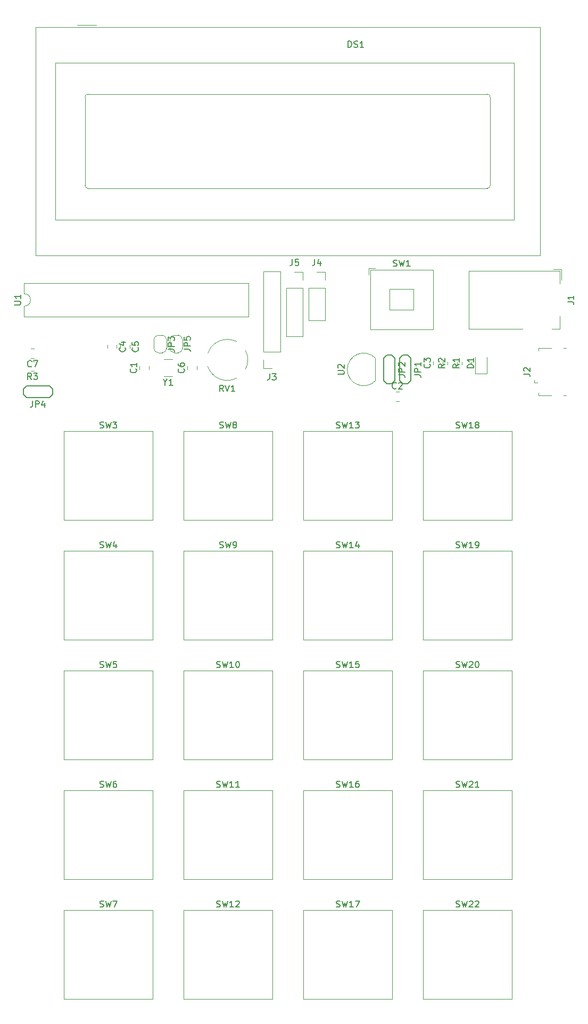
<source format=gbr>
%TF.GenerationSoftware,KiCad,Pcbnew,(6.0.7)*%
%TF.CreationDate,2022-08-27T21:19:22-07:00*%
%TF.ProjectId,EB3,4542332e-6b69-4636-9164-5f7063625858,rev?*%
%TF.SameCoordinates,Original*%
%TF.FileFunction,Legend,Top*%
%TF.FilePolarity,Positive*%
%FSLAX46Y46*%
G04 Gerber Fmt 4.6, Leading zero omitted, Abs format (unit mm)*
G04 Created by KiCad (PCBNEW (6.0.7)) date 2022-08-27 21:19:22*
%MOMM*%
%LPD*%
G01*
G04 APERTURE LIST*
%ADD10C,0.150000*%
%ADD11C,0.120000*%
G04 APERTURE END LIST*
D10*
%TO.C,J2*%
X158166380Y-82248333D02*
X158880666Y-82248333D01*
X159023523Y-82295952D01*
X159118761Y-82391190D01*
X159166380Y-82534047D01*
X159166380Y-82629285D01*
X158261619Y-81819761D02*
X158214000Y-81772142D01*
X158166380Y-81676904D01*
X158166380Y-81438809D01*
X158214000Y-81343571D01*
X158261619Y-81295952D01*
X158356857Y-81248333D01*
X158452095Y-81248333D01*
X158594952Y-81295952D01*
X159166380Y-81867380D01*
X159166380Y-81248333D01*
%TO.C,SW1*%
X137428166Y-65090261D02*
X137571023Y-65137880D01*
X137809119Y-65137880D01*
X137904357Y-65090261D01*
X137951976Y-65042642D01*
X137999595Y-64947404D01*
X137999595Y-64852166D01*
X137951976Y-64756928D01*
X137904357Y-64709309D01*
X137809119Y-64661690D01*
X137618642Y-64614071D01*
X137523404Y-64566452D01*
X137475785Y-64518833D01*
X137428166Y-64423595D01*
X137428166Y-64328357D01*
X137475785Y-64233119D01*
X137523404Y-64185500D01*
X137618642Y-64137880D01*
X137856738Y-64137880D01*
X137999595Y-64185500D01*
X138332928Y-64137880D02*
X138571023Y-65137880D01*
X138761500Y-64423595D01*
X138951976Y-65137880D01*
X139190071Y-64137880D01*
X140094833Y-65137880D02*
X139523404Y-65137880D01*
X139809119Y-65137880D02*
X139809119Y-64137880D01*
X139713880Y-64280738D01*
X139618642Y-64375976D01*
X139523404Y-64423595D01*
%TO.C,Y1*%
X101123809Y-83556190D02*
X101123809Y-84032380D01*
X100790476Y-83032380D02*
X101123809Y-83556190D01*
X101457142Y-83032380D01*
X102314285Y-84032380D02*
X101742857Y-84032380D01*
X102028571Y-84032380D02*
X102028571Y-83032380D01*
X101933333Y-83175238D01*
X101838095Y-83270476D01*
X101742857Y-83318095D01*
%TO.C,U2*%
X128586380Y-82295904D02*
X129395904Y-82295904D01*
X129491142Y-82248285D01*
X129538761Y-82200666D01*
X129586380Y-82105428D01*
X129586380Y-81914952D01*
X129538761Y-81819714D01*
X129491142Y-81772095D01*
X129395904Y-81724476D01*
X128586380Y-81724476D01*
X128681619Y-81295904D02*
X128634000Y-81248285D01*
X128586380Y-81153047D01*
X128586380Y-80914952D01*
X128634000Y-80819714D01*
X128681619Y-80772095D01*
X128776857Y-80724476D01*
X128872095Y-80724476D01*
X129014952Y-80772095D01*
X129586380Y-81343523D01*
X129586380Y-80724476D01*
%TO.C,U1*%
X77142380Y-71236904D02*
X77951904Y-71236904D01*
X78047142Y-71189285D01*
X78094761Y-71141666D01*
X78142380Y-71046428D01*
X78142380Y-70855952D01*
X78094761Y-70760714D01*
X78047142Y-70713095D01*
X77951904Y-70665476D01*
X77142380Y-70665476D01*
X78142380Y-69665476D02*
X78142380Y-70236904D01*
X78142380Y-69951190D02*
X77142380Y-69951190D01*
X77285238Y-70046428D01*
X77380476Y-70141666D01*
X77428095Y-70236904D01*
%TO.C,RV1*%
X110402761Y-85022380D02*
X110069428Y-84546190D01*
X109831333Y-85022380D02*
X109831333Y-84022380D01*
X110212285Y-84022380D01*
X110307523Y-84070000D01*
X110355142Y-84117619D01*
X110402761Y-84212857D01*
X110402761Y-84355714D01*
X110355142Y-84450952D01*
X110307523Y-84498571D01*
X110212285Y-84546190D01*
X109831333Y-84546190D01*
X110688476Y-84022380D02*
X111021809Y-85022380D01*
X111355142Y-84022380D01*
X112212285Y-85022380D02*
X111640857Y-85022380D01*
X111926571Y-85022380D02*
X111926571Y-84022380D01*
X111831333Y-84165238D01*
X111736095Y-84260476D01*
X111640857Y-84308095D01*
%TO.C,R3*%
X79843333Y-83128380D02*
X79510000Y-82652190D01*
X79271904Y-83128380D02*
X79271904Y-82128380D01*
X79652857Y-82128380D01*
X79748095Y-82176000D01*
X79795714Y-82223619D01*
X79843333Y-82318857D01*
X79843333Y-82461714D01*
X79795714Y-82556952D01*
X79748095Y-82604571D01*
X79652857Y-82652190D01*
X79271904Y-82652190D01*
X80176666Y-82128380D02*
X80795714Y-82128380D01*
X80462380Y-82509333D01*
X80605238Y-82509333D01*
X80700476Y-82556952D01*
X80748095Y-82604571D01*
X80795714Y-82699809D01*
X80795714Y-82937904D01*
X80748095Y-83033142D01*
X80700476Y-83080761D01*
X80605238Y-83128380D01*
X80319523Y-83128380D01*
X80224285Y-83080761D01*
X80176666Y-83033142D01*
%TO.C,R2*%
X145614380Y-80708166D02*
X145138190Y-81041500D01*
X145614380Y-81279595D02*
X144614380Y-81279595D01*
X144614380Y-80898642D01*
X144662000Y-80803404D01*
X144709619Y-80755785D01*
X144804857Y-80708166D01*
X144947714Y-80708166D01*
X145042952Y-80755785D01*
X145090571Y-80803404D01*
X145138190Y-80898642D01*
X145138190Y-81279595D01*
X144709619Y-80327214D02*
X144662000Y-80279595D01*
X144614380Y-80184357D01*
X144614380Y-79946261D01*
X144662000Y-79851023D01*
X144709619Y-79803404D01*
X144804857Y-79755785D01*
X144900095Y-79755785D01*
X145042952Y-79803404D01*
X145614380Y-80374833D01*
X145614380Y-79755785D01*
%TO.C,R1*%
X147900380Y-80708166D02*
X147424190Y-81041500D01*
X147900380Y-81279595D02*
X146900380Y-81279595D01*
X146900380Y-80898642D01*
X146948000Y-80803404D01*
X146995619Y-80755785D01*
X147090857Y-80708166D01*
X147233714Y-80708166D01*
X147328952Y-80755785D01*
X147376571Y-80803404D01*
X147424190Y-80898642D01*
X147424190Y-81279595D01*
X147900380Y-79755785D02*
X147900380Y-80327214D01*
X147900380Y-80041500D02*
X146900380Y-80041500D01*
X147043238Y-80136738D01*
X147138476Y-80231976D01*
X147186095Y-80327214D01*
%TO.C,JP5*%
X104122380Y-78303333D02*
X104836666Y-78303333D01*
X104979523Y-78350952D01*
X105074761Y-78446190D01*
X105122380Y-78589047D01*
X105122380Y-78684285D01*
X105122380Y-77827142D02*
X104122380Y-77827142D01*
X104122380Y-77446190D01*
X104170000Y-77350952D01*
X104217619Y-77303333D01*
X104312857Y-77255714D01*
X104455714Y-77255714D01*
X104550952Y-77303333D01*
X104598571Y-77350952D01*
X104646190Y-77446190D01*
X104646190Y-77827142D01*
X104122380Y-76350952D02*
X104122380Y-76827142D01*
X104598571Y-76874761D01*
X104550952Y-76827142D01*
X104503333Y-76731904D01*
X104503333Y-76493809D01*
X104550952Y-76398571D01*
X104598571Y-76350952D01*
X104693809Y-76303333D01*
X104931904Y-76303333D01*
X105027142Y-76350952D01*
X105074761Y-76398571D01*
X105122380Y-76493809D01*
X105122380Y-76731904D01*
X105074761Y-76827142D01*
X105027142Y-76874761D01*
%TO.C,JP4*%
X80015666Y-86542380D02*
X80015666Y-87256666D01*
X79968047Y-87399523D01*
X79872809Y-87494761D01*
X79729952Y-87542380D01*
X79634714Y-87542380D01*
X80491857Y-87542380D02*
X80491857Y-86542380D01*
X80872809Y-86542380D01*
X80968047Y-86590000D01*
X81015666Y-86637619D01*
X81063285Y-86732857D01*
X81063285Y-86875714D01*
X81015666Y-86970952D01*
X80968047Y-87018571D01*
X80872809Y-87066190D01*
X80491857Y-87066190D01*
X81920428Y-86875714D02*
X81920428Y-87542380D01*
X81682333Y-86494761D02*
X81444238Y-87209047D01*
X82063285Y-87209047D01*
%TO.C,JP3*%
X101582380Y-78318333D02*
X102296666Y-78318333D01*
X102439523Y-78365952D01*
X102534761Y-78461190D01*
X102582380Y-78604047D01*
X102582380Y-78699285D01*
X102582380Y-77842142D02*
X101582380Y-77842142D01*
X101582380Y-77461190D01*
X101630000Y-77365952D01*
X101677619Y-77318333D01*
X101772857Y-77270714D01*
X101915714Y-77270714D01*
X102010952Y-77318333D01*
X102058571Y-77365952D01*
X102106190Y-77461190D01*
X102106190Y-77842142D01*
X101582380Y-76937380D02*
X101582380Y-76318333D01*
X101963333Y-76651666D01*
X101963333Y-76508809D01*
X102010952Y-76413571D01*
X102058571Y-76365952D01*
X102153809Y-76318333D01*
X102391904Y-76318333D01*
X102487142Y-76365952D01*
X102534761Y-76413571D01*
X102582380Y-76508809D01*
X102582380Y-76794523D01*
X102534761Y-76889761D01*
X102487142Y-76937380D01*
%TO.C,JP2*%
X138231380Y-82397333D02*
X138945666Y-82397333D01*
X139088523Y-82444952D01*
X139183761Y-82540190D01*
X139231380Y-82683047D01*
X139231380Y-82778285D01*
X139231380Y-81921142D02*
X138231380Y-81921142D01*
X138231380Y-81540190D01*
X138279000Y-81444952D01*
X138326619Y-81397333D01*
X138421857Y-81349714D01*
X138564714Y-81349714D01*
X138659952Y-81397333D01*
X138707571Y-81444952D01*
X138755190Y-81540190D01*
X138755190Y-81921142D01*
X138326619Y-80968761D02*
X138279000Y-80921142D01*
X138231380Y-80825904D01*
X138231380Y-80587809D01*
X138279000Y-80492571D01*
X138326619Y-80444952D01*
X138421857Y-80397333D01*
X138517095Y-80397333D01*
X138659952Y-80444952D01*
X139231380Y-81016380D01*
X139231380Y-80397333D01*
%TO.C,JP1*%
X140771380Y-82397333D02*
X141485666Y-82397333D01*
X141628523Y-82444952D01*
X141723761Y-82540190D01*
X141771380Y-82683047D01*
X141771380Y-82778285D01*
X141771380Y-81921142D02*
X140771380Y-81921142D01*
X140771380Y-81540190D01*
X140819000Y-81444952D01*
X140866619Y-81397333D01*
X140961857Y-81349714D01*
X141104714Y-81349714D01*
X141199952Y-81397333D01*
X141247571Y-81444952D01*
X141295190Y-81540190D01*
X141295190Y-81921142D01*
X141771380Y-80397333D02*
X141771380Y-80968761D01*
X141771380Y-80683047D02*
X140771380Y-80683047D01*
X140914238Y-80778285D01*
X141009476Y-80873523D01*
X141057095Y-80968761D01*
%TO.C,J5*%
X121357666Y-64002380D02*
X121357666Y-64716666D01*
X121310047Y-64859523D01*
X121214809Y-64954761D01*
X121071952Y-65002380D01*
X120976714Y-65002380D01*
X122310047Y-64002380D02*
X121833857Y-64002380D01*
X121786238Y-64478571D01*
X121833857Y-64430952D01*
X121929095Y-64383333D01*
X122167190Y-64383333D01*
X122262428Y-64430952D01*
X122310047Y-64478571D01*
X122357666Y-64573809D01*
X122357666Y-64811904D01*
X122310047Y-64907142D01*
X122262428Y-64954761D01*
X122167190Y-65002380D01*
X121929095Y-65002380D01*
X121833857Y-64954761D01*
X121786238Y-64907142D01*
%TO.C,J4*%
X124913666Y-64007380D02*
X124913666Y-64721666D01*
X124866047Y-64864523D01*
X124770809Y-64959761D01*
X124627952Y-65007380D01*
X124532714Y-65007380D01*
X125818428Y-64340714D02*
X125818428Y-65007380D01*
X125580333Y-63959761D02*
X125342238Y-64674047D01*
X125961285Y-64674047D01*
%TO.C,J3*%
X117751666Y-82207380D02*
X117751666Y-82921666D01*
X117704047Y-83064523D01*
X117608809Y-83159761D01*
X117465952Y-83207380D01*
X117370714Y-83207380D01*
X118132619Y-82207380D02*
X118751666Y-82207380D01*
X118418333Y-82588333D01*
X118561190Y-82588333D01*
X118656428Y-82635952D01*
X118704047Y-82683571D01*
X118751666Y-82778809D01*
X118751666Y-83016904D01*
X118704047Y-83112142D01*
X118656428Y-83159761D01*
X118561190Y-83207380D01*
X118275476Y-83207380D01*
X118180238Y-83159761D01*
X118132619Y-83112142D01*
%TO.C,J1*%
X165147380Y-70803333D02*
X165861666Y-70803333D01*
X166004523Y-70850952D01*
X166099761Y-70946190D01*
X166147380Y-71089047D01*
X166147380Y-71184285D01*
X166147380Y-69803333D02*
X166147380Y-70374761D01*
X166147380Y-70089047D02*
X165147380Y-70089047D01*
X165290238Y-70184285D01*
X165385476Y-70279523D01*
X165433095Y-70374761D01*
%TO.C,D1*%
X150186380Y-81279595D02*
X149186380Y-81279595D01*
X149186380Y-81041500D01*
X149234000Y-80898642D01*
X149329238Y-80803404D01*
X149424476Y-80755785D01*
X149614952Y-80708166D01*
X149757809Y-80708166D01*
X149948285Y-80755785D01*
X150043523Y-80803404D01*
X150138761Y-80898642D01*
X150186380Y-81041500D01*
X150186380Y-81279595D01*
X150186380Y-79755785D02*
X150186380Y-80327214D01*
X150186380Y-80041500D02*
X149186380Y-80041500D01*
X149329238Y-80136738D01*
X149424476Y-80231976D01*
X149472095Y-80327214D01*
%TO.C,C7*%
X79843333Y-81031142D02*
X79795714Y-81078761D01*
X79652857Y-81126380D01*
X79557619Y-81126380D01*
X79414761Y-81078761D01*
X79319523Y-80983523D01*
X79271904Y-80888285D01*
X79224285Y-80697809D01*
X79224285Y-80554952D01*
X79271904Y-80364476D01*
X79319523Y-80269238D01*
X79414761Y-80174000D01*
X79557619Y-80126380D01*
X79652857Y-80126380D01*
X79795714Y-80174000D01*
X79843333Y-80221619D01*
X80176666Y-80126380D02*
X80843333Y-80126380D01*
X80414761Y-81126380D01*
%TO.C,C6*%
X104087142Y-81446666D02*
X104134761Y-81494285D01*
X104182380Y-81637142D01*
X104182380Y-81732380D01*
X104134761Y-81875238D01*
X104039523Y-81970476D01*
X103944285Y-82018095D01*
X103753809Y-82065714D01*
X103610952Y-82065714D01*
X103420476Y-82018095D01*
X103325238Y-81970476D01*
X103230000Y-81875238D01*
X103182380Y-81732380D01*
X103182380Y-81637142D01*
X103230000Y-81494285D01*
X103277619Y-81446666D01*
X103182380Y-80589523D02*
X103182380Y-80780000D01*
X103230000Y-80875238D01*
X103277619Y-80922857D01*
X103420476Y-81018095D01*
X103610952Y-81065714D01*
X103991904Y-81065714D01*
X104087142Y-81018095D01*
X104134761Y-80970476D01*
X104182380Y-80875238D01*
X104182380Y-80684761D01*
X104134761Y-80589523D01*
X104087142Y-80541904D01*
X103991904Y-80494285D01*
X103753809Y-80494285D01*
X103658571Y-80541904D01*
X103610952Y-80589523D01*
X103563333Y-80684761D01*
X103563333Y-80875238D01*
X103610952Y-80970476D01*
X103658571Y-81018095D01*
X103753809Y-81065714D01*
%TO.C,C5*%
X96779142Y-78078666D02*
X96826761Y-78126285D01*
X96874380Y-78269142D01*
X96874380Y-78364380D01*
X96826761Y-78507238D01*
X96731523Y-78602476D01*
X96636285Y-78650095D01*
X96445809Y-78697714D01*
X96302952Y-78697714D01*
X96112476Y-78650095D01*
X96017238Y-78602476D01*
X95922000Y-78507238D01*
X95874380Y-78364380D01*
X95874380Y-78269142D01*
X95922000Y-78126285D01*
X95969619Y-78078666D01*
X95874380Y-77173904D02*
X95874380Y-77650095D01*
X96350571Y-77697714D01*
X96302952Y-77650095D01*
X96255333Y-77554857D01*
X96255333Y-77316761D01*
X96302952Y-77221523D01*
X96350571Y-77173904D01*
X96445809Y-77126285D01*
X96683904Y-77126285D01*
X96779142Y-77173904D01*
X96826761Y-77221523D01*
X96874380Y-77316761D01*
X96874380Y-77554857D01*
X96826761Y-77650095D01*
X96779142Y-77697714D01*
%TO.C,C4*%
X94721742Y-78068466D02*
X94769361Y-78116085D01*
X94816980Y-78258942D01*
X94816980Y-78354180D01*
X94769361Y-78497038D01*
X94674123Y-78592276D01*
X94578885Y-78639895D01*
X94388409Y-78687514D01*
X94245552Y-78687514D01*
X94055076Y-78639895D01*
X93959838Y-78592276D01*
X93864600Y-78497038D01*
X93816980Y-78354180D01*
X93816980Y-78258942D01*
X93864600Y-78116085D01*
X93912219Y-78068466D01*
X94150314Y-77211323D02*
X94816980Y-77211323D01*
X93769361Y-77449419D02*
X94483647Y-77687514D01*
X94483647Y-77068466D01*
%TO.C,C3*%
X143203142Y-80684666D02*
X143250761Y-80732285D01*
X143298380Y-80875142D01*
X143298380Y-80970380D01*
X143250761Y-81113238D01*
X143155523Y-81208476D01*
X143060285Y-81256095D01*
X142869809Y-81303714D01*
X142726952Y-81303714D01*
X142536476Y-81256095D01*
X142441238Y-81208476D01*
X142346000Y-81113238D01*
X142298380Y-80970380D01*
X142298380Y-80875142D01*
X142346000Y-80732285D01*
X142393619Y-80684666D01*
X142298380Y-80351333D02*
X142298380Y-79732285D01*
X142679333Y-80065619D01*
X142679333Y-79922761D01*
X142726952Y-79827523D01*
X142774571Y-79779904D01*
X142869809Y-79732285D01*
X143107904Y-79732285D01*
X143203142Y-79779904D01*
X143250761Y-79827523D01*
X143298380Y-79922761D01*
X143298380Y-80208476D01*
X143250761Y-80303714D01*
X143203142Y-80351333D01*
%TO.C,C2*%
X137882333Y-84529142D02*
X137834714Y-84576761D01*
X137691857Y-84624380D01*
X137596619Y-84624380D01*
X137453761Y-84576761D01*
X137358523Y-84481523D01*
X137310904Y-84386285D01*
X137263285Y-84195809D01*
X137263285Y-84052952D01*
X137310904Y-83862476D01*
X137358523Y-83767238D01*
X137453761Y-83672000D01*
X137596619Y-83624380D01*
X137691857Y-83624380D01*
X137834714Y-83672000D01*
X137882333Y-83719619D01*
X138263285Y-83719619D02*
X138310904Y-83672000D01*
X138406142Y-83624380D01*
X138644238Y-83624380D01*
X138739476Y-83672000D01*
X138787095Y-83719619D01*
X138834714Y-83814857D01*
X138834714Y-83910095D01*
X138787095Y-84052952D01*
X138215666Y-84624380D01*
X138834714Y-84624380D01*
%TO.C,C1*%
X96467142Y-81446666D02*
X96514761Y-81494285D01*
X96562380Y-81637142D01*
X96562380Y-81732380D01*
X96514761Y-81875238D01*
X96419523Y-81970476D01*
X96324285Y-82018095D01*
X96133809Y-82065714D01*
X95990952Y-82065714D01*
X95800476Y-82018095D01*
X95705238Y-81970476D01*
X95610000Y-81875238D01*
X95562380Y-81732380D01*
X95562380Y-81637142D01*
X95610000Y-81494285D01*
X95657619Y-81446666D01*
X96562380Y-80494285D02*
X96562380Y-81065714D01*
X96562380Y-80780000D02*
X95562380Y-80780000D01*
X95705238Y-80875238D01*
X95800476Y-80970476D01*
X95848095Y-81065714D01*
%TO.C,DS1*%
X130230714Y-30297380D02*
X130230714Y-29297380D01*
X130468809Y-29297380D01*
X130611666Y-29345000D01*
X130706904Y-29440238D01*
X130754523Y-29535476D01*
X130802142Y-29725952D01*
X130802142Y-29868809D01*
X130754523Y-30059285D01*
X130706904Y-30154523D01*
X130611666Y-30249761D01*
X130468809Y-30297380D01*
X130230714Y-30297380D01*
X131183095Y-30249761D02*
X131325952Y-30297380D01*
X131564047Y-30297380D01*
X131659285Y-30249761D01*
X131706904Y-30202142D01*
X131754523Y-30106904D01*
X131754523Y-30011666D01*
X131706904Y-29916428D01*
X131659285Y-29868809D01*
X131564047Y-29821190D01*
X131373571Y-29773571D01*
X131278333Y-29725952D01*
X131230714Y-29678333D01*
X131183095Y-29583095D01*
X131183095Y-29487857D01*
X131230714Y-29392619D01*
X131278333Y-29345000D01*
X131373571Y-29297380D01*
X131611666Y-29297380D01*
X131754523Y-29345000D01*
X132706904Y-30297380D02*
X132135476Y-30297380D01*
X132421190Y-30297380D02*
X132421190Y-29297380D01*
X132325952Y-29440238D01*
X132230714Y-29535476D01*
X132135476Y-29583095D01*
%TO.C,SW3*%
X90741666Y-90829761D02*
X90884523Y-90877380D01*
X91122619Y-90877380D01*
X91217857Y-90829761D01*
X91265476Y-90782142D01*
X91313095Y-90686904D01*
X91313095Y-90591666D01*
X91265476Y-90496428D01*
X91217857Y-90448809D01*
X91122619Y-90401190D01*
X90932142Y-90353571D01*
X90836904Y-90305952D01*
X90789285Y-90258333D01*
X90741666Y-90163095D01*
X90741666Y-90067857D01*
X90789285Y-89972619D01*
X90836904Y-89925000D01*
X90932142Y-89877380D01*
X91170238Y-89877380D01*
X91313095Y-89925000D01*
X91646428Y-89877380D02*
X91884523Y-90877380D01*
X92075000Y-90163095D01*
X92265476Y-90877380D01*
X92503571Y-89877380D01*
X92789285Y-89877380D02*
X93408333Y-89877380D01*
X93075000Y-90258333D01*
X93217857Y-90258333D01*
X93313095Y-90305952D01*
X93360714Y-90353571D01*
X93408333Y-90448809D01*
X93408333Y-90686904D01*
X93360714Y-90782142D01*
X93313095Y-90829761D01*
X93217857Y-90877380D01*
X92932142Y-90877380D01*
X92836904Y-90829761D01*
X92789285Y-90782142D01*
%TO.C,SW15*%
X128365476Y-128929761D02*
X128508333Y-128977380D01*
X128746428Y-128977380D01*
X128841666Y-128929761D01*
X128889285Y-128882142D01*
X128936904Y-128786904D01*
X128936904Y-128691666D01*
X128889285Y-128596428D01*
X128841666Y-128548809D01*
X128746428Y-128501190D01*
X128555952Y-128453571D01*
X128460714Y-128405952D01*
X128413095Y-128358333D01*
X128365476Y-128263095D01*
X128365476Y-128167857D01*
X128413095Y-128072619D01*
X128460714Y-128025000D01*
X128555952Y-127977380D01*
X128794047Y-127977380D01*
X128936904Y-128025000D01*
X129270238Y-127977380D02*
X129508333Y-128977380D01*
X129698809Y-128263095D01*
X129889285Y-128977380D01*
X130127380Y-127977380D01*
X131032142Y-128977380D02*
X130460714Y-128977380D01*
X130746428Y-128977380D02*
X130746428Y-127977380D01*
X130651190Y-128120238D01*
X130555952Y-128215476D01*
X130460714Y-128263095D01*
X131936904Y-127977380D02*
X131460714Y-127977380D01*
X131413095Y-128453571D01*
X131460714Y-128405952D01*
X131555952Y-128358333D01*
X131794047Y-128358333D01*
X131889285Y-128405952D01*
X131936904Y-128453571D01*
X131984523Y-128548809D01*
X131984523Y-128786904D01*
X131936904Y-128882142D01*
X131889285Y-128929761D01*
X131794047Y-128977380D01*
X131555952Y-128977380D01*
X131460714Y-128929761D01*
X131413095Y-128882142D01*
%TO.C,SW9*%
X109791666Y-109879761D02*
X109934523Y-109927380D01*
X110172619Y-109927380D01*
X110267857Y-109879761D01*
X110315476Y-109832142D01*
X110363095Y-109736904D01*
X110363095Y-109641666D01*
X110315476Y-109546428D01*
X110267857Y-109498809D01*
X110172619Y-109451190D01*
X109982142Y-109403571D01*
X109886904Y-109355952D01*
X109839285Y-109308333D01*
X109791666Y-109213095D01*
X109791666Y-109117857D01*
X109839285Y-109022619D01*
X109886904Y-108975000D01*
X109982142Y-108927380D01*
X110220238Y-108927380D01*
X110363095Y-108975000D01*
X110696428Y-108927380D02*
X110934523Y-109927380D01*
X111125000Y-109213095D01*
X111315476Y-109927380D01*
X111553571Y-108927380D01*
X111982142Y-109927380D02*
X112172619Y-109927380D01*
X112267857Y-109879761D01*
X112315476Y-109832142D01*
X112410714Y-109689285D01*
X112458333Y-109498809D01*
X112458333Y-109117857D01*
X112410714Y-109022619D01*
X112363095Y-108975000D01*
X112267857Y-108927380D01*
X112077380Y-108927380D01*
X111982142Y-108975000D01*
X111934523Y-109022619D01*
X111886904Y-109117857D01*
X111886904Y-109355952D01*
X111934523Y-109451190D01*
X111982142Y-109498809D01*
X112077380Y-109546428D01*
X112267857Y-109546428D01*
X112363095Y-109498809D01*
X112410714Y-109451190D01*
X112458333Y-109355952D01*
%TO.C,SW5*%
X90741666Y-128929761D02*
X90884523Y-128977380D01*
X91122619Y-128977380D01*
X91217857Y-128929761D01*
X91265476Y-128882142D01*
X91313095Y-128786904D01*
X91313095Y-128691666D01*
X91265476Y-128596428D01*
X91217857Y-128548809D01*
X91122619Y-128501190D01*
X90932142Y-128453571D01*
X90836904Y-128405952D01*
X90789285Y-128358333D01*
X90741666Y-128263095D01*
X90741666Y-128167857D01*
X90789285Y-128072619D01*
X90836904Y-128025000D01*
X90932142Y-127977380D01*
X91170238Y-127977380D01*
X91313095Y-128025000D01*
X91646428Y-127977380D02*
X91884523Y-128977380D01*
X92075000Y-128263095D01*
X92265476Y-128977380D01*
X92503571Y-127977380D01*
X93360714Y-127977380D02*
X92884523Y-127977380D01*
X92836904Y-128453571D01*
X92884523Y-128405952D01*
X92979761Y-128358333D01*
X93217857Y-128358333D01*
X93313095Y-128405952D01*
X93360714Y-128453571D01*
X93408333Y-128548809D01*
X93408333Y-128786904D01*
X93360714Y-128882142D01*
X93313095Y-128929761D01*
X93217857Y-128977380D01*
X92979761Y-128977380D01*
X92884523Y-128929761D01*
X92836904Y-128882142D01*
%TO.C,SW10*%
X109315476Y-128929761D02*
X109458333Y-128977380D01*
X109696428Y-128977380D01*
X109791666Y-128929761D01*
X109839285Y-128882142D01*
X109886904Y-128786904D01*
X109886904Y-128691666D01*
X109839285Y-128596428D01*
X109791666Y-128548809D01*
X109696428Y-128501190D01*
X109505952Y-128453571D01*
X109410714Y-128405952D01*
X109363095Y-128358333D01*
X109315476Y-128263095D01*
X109315476Y-128167857D01*
X109363095Y-128072619D01*
X109410714Y-128025000D01*
X109505952Y-127977380D01*
X109744047Y-127977380D01*
X109886904Y-128025000D01*
X110220238Y-127977380D02*
X110458333Y-128977380D01*
X110648809Y-128263095D01*
X110839285Y-128977380D01*
X111077380Y-127977380D01*
X111982142Y-128977380D02*
X111410714Y-128977380D01*
X111696428Y-128977380D02*
X111696428Y-127977380D01*
X111601190Y-128120238D01*
X111505952Y-128215476D01*
X111410714Y-128263095D01*
X112601190Y-127977380D02*
X112696428Y-127977380D01*
X112791666Y-128025000D01*
X112839285Y-128072619D01*
X112886904Y-128167857D01*
X112934523Y-128358333D01*
X112934523Y-128596428D01*
X112886904Y-128786904D01*
X112839285Y-128882142D01*
X112791666Y-128929761D01*
X112696428Y-128977380D01*
X112601190Y-128977380D01*
X112505952Y-128929761D01*
X112458333Y-128882142D01*
X112410714Y-128786904D01*
X112363095Y-128596428D01*
X112363095Y-128358333D01*
X112410714Y-128167857D01*
X112458333Y-128072619D01*
X112505952Y-128025000D01*
X112601190Y-127977380D01*
%TO.C,SW7*%
X90741666Y-167029761D02*
X90884523Y-167077380D01*
X91122619Y-167077380D01*
X91217857Y-167029761D01*
X91265476Y-166982142D01*
X91313095Y-166886904D01*
X91313095Y-166791666D01*
X91265476Y-166696428D01*
X91217857Y-166648809D01*
X91122619Y-166601190D01*
X90932142Y-166553571D01*
X90836904Y-166505952D01*
X90789285Y-166458333D01*
X90741666Y-166363095D01*
X90741666Y-166267857D01*
X90789285Y-166172619D01*
X90836904Y-166125000D01*
X90932142Y-166077380D01*
X91170238Y-166077380D01*
X91313095Y-166125000D01*
X91646428Y-166077380D02*
X91884523Y-167077380D01*
X92075000Y-166363095D01*
X92265476Y-167077380D01*
X92503571Y-166077380D01*
X92789285Y-166077380D02*
X93455952Y-166077380D01*
X93027380Y-167077380D01*
%TO.C,SW12*%
X109315476Y-167029761D02*
X109458333Y-167077380D01*
X109696428Y-167077380D01*
X109791666Y-167029761D01*
X109839285Y-166982142D01*
X109886904Y-166886904D01*
X109886904Y-166791666D01*
X109839285Y-166696428D01*
X109791666Y-166648809D01*
X109696428Y-166601190D01*
X109505952Y-166553571D01*
X109410714Y-166505952D01*
X109363095Y-166458333D01*
X109315476Y-166363095D01*
X109315476Y-166267857D01*
X109363095Y-166172619D01*
X109410714Y-166125000D01*
X109505952Y-166077380D01*
X109744047Y-166077380D01*
X109886904Y-166125000D01*
X110220238Y-166077380D02*
X110458333Y-167077380D01*
X110648809Y-166363095D01*
X110839285Y-167077380D01*
X111077380Y-166077380D01*
X111982142Y-167077380D02*
X111410714Y-167077380D01*
X111696428Y-167077380D02*
X111696428Y-166077380D01*
X111601190Y-166220238D01*
X111505952Y-166315476D01*
X111410714Y-166363095D01*
X112363095Y-166172619D02*
X112410714Y-166125000D01*
X112505952Y-166077380D01*
X112744047Y-166077380D01*
X112839285Y-166125000D01*
X112886904Y-166172619D01*
X112934523Y-166267857D01*
X112934523Y-166363095D01*
X112886904Y-166505952D01*
X112315476Y-167077380D01*
X112934523Y-167077380D01*
%TO.C,SW19*%
X147415476Y-109879761D02*
X147558333Y-109927380D01*
X147796428Y-109927380D01*
X147891666Y-109879761D01*
X147939285Y-109832142D01*
X147986904Y-109736904D01*
X147986904Y-109641666D01*
X147939285Y-109546428D01*
X147891666Y-109498809D01*
X147796428Y-109451190D01*
X147605952Y-109403571D01*
X147510714Y-109355952D01*
X147463095Y-109308333D01*
X147415476Y-109213095D01*
X147415476Y-109117857D01*
X147463095Y-109022619D01*
X147510714Y-108975000D01*
X147605952Y-108927380D01*
X147844047Y-108927380D01*
X147986904Y-108975000D01*
X148320238Y-108927380D02*
X148558333Y-109927380D01*
X148748809Y-109213095D01*
X148939285Y-109927380D01*
X149177380Y-108927380D01*
X150082142Y-109927380D02*
X149510714Y-109927380D01*
X149796428Y-109927380D02*
X149796428Y-108927380D01*
X149701190Y-109070238D01*
X149605952Y-109165476D01*
X149510714Y-109213095D01*
X150558333Y-109927380D02*
X150748809Y-109927380D01*
X150844047Y-109879761D01*
X150891666Y-109832142D01*
X150986904Y-109689285D01*
X151034523Y-109498809D01*
X151034523Y-109117857D01*
X150986904Y-109022619D01*
X150939285Y-108975000D01*
X150844047Y-108927380D01*
X150653571Y-108927380D01*
X150558333Y-108975000D01*
X150510714Y-109022619D01*
X150463095Y-109117857D01*
X150463095Y-109355952D01*
X150510714Y-109451190D01*
X150558333Y-109498809D01*
X150653571Y-109546428D01*
X150844047Y-109546428D01*
X150939285Y-109498809D01*
X150986904Y-109451190D01*
X151034523Y-109355952D01*
%TO.C,SW13*%
X128365476Y-90829761D02*
X128508333Y-90877380D01*
X128746428Y-90877380D01*
X128841666Y-90829761D01*
X128889285Y-90782142D01*
X128936904Y-90686904D01*
X128936904Y-90591666D01*
X128889285Y-90496428D01*
X128841666Y-90448809D01*
X128746428Y-90401190D01*
X128555952Y-90353571D01*
X128460714Y-90305952D01*
X128413095Y-90258333D01*
X128365476Y-90163095D01*
X128365476Y-90067857D01*
X128413095Y-89972619D01*
X128460714Y-89925000D01*
X128555952Y-89877380D01*
X128794047Y-89877380D01*
X128936904Y-89925000D01*
X129270238Y-89877380D02*
X129508333Y-90877380D01*
X129698809Y-90163095D01*
X129889285Y-90877380D01*
X130127380Y-89877380D01*
X131032142Y-90877380D02*
X130460714Y-90877380D01*
X130746428Y-90877380D02*
X130746428Y-89877380D01*
X130651190Y-90020238D01*
X130555952Y-90115476D01*
X130460714Y-90163095D01*
X131365476Y-89877380D02*
X131984523Y-89877380D01*
X131651190Y-90258333D01*
X131794047Y-90258333D01*
X131889285Y-90305952D01*
X131936904Y-90353571D01*
X131984523Y-90448809D01*
X131984523Y-90686904D01*
X131936904Y-90782142D01*
X131889285Y-90829761D01*
X131794047Y-90877380D01*
X131508333Y-90877380D01*
X131413095Y-90829761D01*
X131365476Y-90782142D01*
%TO.C,SW21*%
X147415476Y-147979761D02*
X147558333Y-148027380D01*
X147796428Y-148027380D01*
X147891666Y-147979761D01*
X147939285Y-147932142D01*
X147986904Y-147836904D01*
X147986904Y-147741666D01*
X147939285Y-147646428D01*
X147891666Y-147598809D01*
X147796428Y-147551190D01*
X147605952Y-147503571D01*
X147510714Y-147455952D01*
X147463095Y-147408333D01*
X147415476Y-147313095D01*
X147415476Y-147217857D01*
X147463095Y-147122619D01*
X147510714Y-147075000D01*
X147605952Y-147027380D01*
X147844047Y-147027380D01*
X147986904Y-147075000D01*
X148320238Y-147027380D02*
X148558333Y-148027380D01*
X148748809Y-147313095D01*
X148939285Y-148027380D01*
X149177380Y-147027380D01*
X149510714Y-147122619D02*
X149558333Y-147075000D01*
X149653571Y-147027380D01*
X149891666Y-147027380D01*
X149986904Y-147075000D01*
X150034523Y-147122619D01*
X150082142Y-147217857D01*
X150082142Y-147313095D01*
X150034523Y-147455952D01*
X149463095Y-148027380D01*
X150082142Y-148027380D01*
X151034523Y-148027380D02*
X150463095Y-148027380D01*
X150748809Y-148027380D02*
X150748809Y-147027380D01*
X150653571Y-147170238D01*
X150558333Y-147265476D01*
X150463095Y-147313095D01*
%TO.C,SW20*%
X147415476Y-128929761D02*
X147558333Y-128977380D01*
X147796428Y-128977380D01*
X147891666Y-128929761D01*
X147939285Y-128882142D01*
X147986904Y-128786904D01*
X147986904Y-128691666D01*
X147939285Y-128596428D01*
X147891666Y-128548809D01*
X147796428Y-128501190D01*
X147605952Y-128453571D01*
X147510714Y-128405952D01*
X147463095Y-128358333D01*
X147415476Y-128263095D01*
X147415476Y-128167857D01*
X147463095Y-128072619D01*
X147510714Y-128025000D01*
X147605952Y-127977380D01*
X147844047Y-127977380D01*
X147986904Y-128025000D01*
X148320238Y-127977380D02*
X148558333Y-128977380D01*
X148748809Y-128263095D01*
X148939285Y-128977380D01*
X149177380Y-127977380D01*
X149510714Y-128072619D02*
X149558333Y-128025000D01*
X149653571Y-127977380D01*
X149891666Y-127977380D01*
X149986904Y-128025000D01*
X150034523Y-128072619D01*
X150082142Y-128167857D01*
X150082142Y-128263095D01*
X150034523Y-128405952D01*
X149463095Y-128977380D01*
X150082142Y-128977380D01*
X150701190Y-127977380D02*
X150796428Y-127977380D01*
X150891666Y-128025000D01*
X150939285Y-128072619D01*
X150986904Y-128167857D01*
X151034523Y-128358333D01*
X151034523Y-128596428D01*
X150986904Y-128786904D01*
X150939285Y-128882142D01*
X150891666Y-128929761D01*
X150796428Y-128977380D01*
X150701190Y-128977380D01*
X150605952Y-128929761D01*
X150558333Y-128882142D01*
X150510714Y-128786904D01*
X150463095Y-128596428D01*
X150463095Y-128358333D01*
X150510714Y-128167857D01*
X150558333Y-128072619D01*
X150605952Y-128025000D01*
X150701190Y-127977380D01*
%TO.C,SW8*%
X109791666Y-90829761D02*
X109934523Y-90877380D01*
X110172619Y-90877380D01*
X110267857Y-90829761D01*
X110315476Y-90782142D01*
X110363095Y-90686904D01*
X110363095Y-90591666D01*
X110315476Y-90496428D01*
X110267857Y-90448809D01*
X110172619Y-90401190D01*
X109982142Y-90353571D01*
X109886904Y-90305952D01*
X109839285Y-90258333D01*
X109791666Y-90163095D01*
X109791666Y-90067857D01*
X109839285Y-89972619D01*
X109886904Y-89925000D01*
X109982142Y-89877380D01*
X110220238Y-89877380D01*
X110363095Y-89925000D01*
X110696428Y-89877380D02*
X110934523Y-90877380D01*
X111125000Y-90163095D01*
X111315476Y-90877380D01*
X111553571Y-89877380D01*
X112077380Y-90305952D02*
X111982142Y-90258333D01*
X111934523Y-90210714D01*
X111886904Y-90115476D01*
X111886904Y-90067857D01*
X111934523Y-89972619D01*
X111982142Y-89925000D01*
X112077380Y-89877380D01*
X112267857Y-89877380D01*
X112363095Y-89925000D01*
X112410714Y-89972619D01*
X112458333Y-90067857D01*
X112458333Y-90115476D01*
X112410714Y-90210714D01*
X112363095Y-90258333D01*
X112267857Y-90305952D01*
X112077380Y-90305952D01*
X111982142Y-90353571D01*
X111934523Y-90401190D01*
X111886904Y-90496428D01*
X111886904Y-90686904D01*
X111934523Y-90782142D01*
X111982142Y-90829761D01*
X112077380Y-90877380D01*
X112267857Y-90877380D01*
X112363095Y-90829761D01*
X112410714Y-90782142D01*
X112458333Y-90686904D01*
X112458333Y-90496428D01*
X112410714Y-90401190D01*
X112363095Y-90353571D01*
X112267857Y-90305952D01*
%TO.C,SW11*%
X109315476Y-147979761D02*
X109458333Y-148027380D01*
X109696428Y-148027380D01*
X109791666Y-147979761D01*
X109839285Y-147932142D01*
X109886904Y-147836904D01*
X109886904Y-147741666D01*
X109839285Y-147646428D01*
X109791666Y-147598809D01*
X109696428Y-147551190D01*
X109505952Y-147503571D01*
X109410714Y-147455952D01*
X109363095Y-147408333D01*
X109315476Y-147313095D01*
X109315476Y-147217857D01*
X109363095Y-147122619D01*
X109410714Y-147075000D01*
X109505952Y-147027380D01*
X109744047Y-147027380D01*
X109886904Y-147075000D01*
X110220238Y-147027380D02*
X110458333Y-148027380D01*
X110648809Y-147313095D01*
X110839285Y-148027380D01*
X111077380Y-147027380D01*
X111982142Y-148027380D02*
X111410714Y-148027380D01*
X111696428Y-148027380D02*
X111696428Y-147027380D01*
X111601190Y-147170238D01*
X111505952Y-147265476D01*
X111410714Y-147313095D01*
X112934523Y-148027380D02*
X112363095Y-148027380D01*
X112648809Y-148027380D02*
X112648809Y-147027380D01*
X112553571Y-147170238D01*
X112458333Y-147265476D01*
X112363095Y-147313095D01*
%TO.C,SW16*%
X128365476Y-147979761D02*
X128508333Y-148027380D01*
X128746428Y-148027380D01*
X128841666Y-147979761D01*
X128889285Y-147932142D01*
X128936904Y-147836904D01*
X128936904Y-147741666D01*
X128889285Y-147646428D01*
X128841666Y-147598809D01*
X128746428Y-147551190D01*
X128555952Y-147503571D01*
X128460714Y-147455952D01*
X128413095Y-147408333D01*
X128365476Y-147313095D01*
X128365476Y-147217857D01*
X128413095Y-147122619D01*
X128460714Y-147075000D01*
X128555952Y-147027380D01*
X128794047Y-147027380D01*
X128936904Y-147075000D01*
X129270238Y-147027380D02*
X129508333Y-148027380D01*
X129698809Y-147313095D01*
X129889285Y-148027380D01*
X130127380Y-147027380D01*
X131032142Y-148027380D02*
X130460714Y-148027380D01*
X130746428Y-148027380D02*
X130746428Y-147027380D01*
X130651190Y-147170238D01*
X130555952Y-147265476D01*
X130460714Y-147313095D01*
X131889285Y-147027380D02*
X131698809Y-147027380D01*
X131603571Y-147075000D01*
X131555952Y-147122619D01*
X131460714Y-147265476D01*
X131413095Y-147455952D01*
X131413095Y-147836904D01*
X131460714Y-147932142D01*
X131508333Y-147979761D01*
X131603571Y-148027380D01*
X131794047Y-148027380D01*
X131889285Y-147979761D01*
X131936904Y-147932142D01*
X131984523Y-147836904D01*
X131984523Y-147598809D01*
X131936904Y-147503571D01*
X131889285Y-147455952D01*
X131794047Y-147408333D01*
X131603571Y-147408333D01*
X131508333Y-147455952D01*
X131460714Y-147503571D01*
X131413095Y-147598809D01*
%TO.C,SW18*%
X147415476Y-90829761D02*
X147558333Y-90877380D01*
X147796428Y-90877380D01*
X147891666Y-90829761D01*
X147939285Y-90782142D01*
X147986904Y-90686904D01*
X147986904Y-90591666D01*
X147939285Y-90496428D01*
X147891666Y-90448809D01*
X147796428Y-90401190D01*
X147605952Y-90353571D01*
X147510714Y-90305952D01*
X147463095Y-90258333D01*
X147415476Y-90163095D01*
X147415476Y-90067857D01*
X147463095Y-89972619D01*
X147510714Y-89925000D01*
X147605952Y-89877380D01*
X147844047Y-89877380D01*
X147986904Y-89925000D01*
X148320238Y-89877380D02*
X148558333Y-90877380D01*
X148748809Y-90163095D01*
X148939285Y-90877380D01*
X149177380Y-89877380D01*
X150082142Y-90877380D02*
X149510714Y-90877380D01*
X149796428Y-90877380D02*
X149796428Y-89877380D01*
X149701190Y-90020238D01*
X149605952Y-90115476D01*
X149510714Y-90163095D01*
X150653571Y-90305952D02*
X150558333Y-90258333D01*
X150510714Y-90210714D01*
X150463095Y-90115476D01*
X150463095Y-90067857D01*
X150510714Y-89972619D01*
X150558333Y-89925000D01*
X150653571Y-89877380D01*
X150844047Y-89877380D01*
X150939285Y-89925000D01*
X150986904Y-89972619D01*
X151034523Y-90067857D01*
X151034523Y-90115476D01*
X150986904Y-90210714D01*
X150939285Y-90258333D01*
X150844047Y-90305952D01*
X150653571Y-90305952D01*
X150558333Y-90353571D01*
X150510714Y-90401190D01*
X150463095Y-90496428D01*
X150463095Y-90686904D01*
X150510714Y-90782142D01*
X150558333Y-90829761D01*
X150653571Y-90877380D01*
X150844047Y-90877380D01*
X150939285Y-90829761D01*
X150986904Y-90782142D01*
X151034523Y-90686904D01*
X151034523Y-90496428D01*
X150986904Y-90401190D01*
X150939285Y-90353571D01*
X150844047Y-90305952D01*
%TO.C,SW4*%
X90741666Y-109879761D02*
X90884523Y-109927380D01*
X91122619Y-109927380D01*
X91217857Y-109879761D01*
X91265476Y-109832142D01*
X91313095Y-109736904D01*
X91313095Y-109641666D01*
X91265476Y-109546428D01*
X91217857Y-109498809D01*
X91122619Y-109451190D01*
X90932142Y-109403571D01*
X90836904Y-109355952D01*
X90789285Y-109308333D01*
X90741666Y-109213095D01*
X90741666Y-109117857D01*
X90789285Y-109022619D01*
X90836904Y-108975000D01*
X90932142Y-108927380D01*
X91170238Y-108927380D01*
X91313095Y-108975000D01*
X91646428Y-108927380D02*
X91884523Y-109927380D01*
X92075000Y-109213095D01*
X92265476Y-109927380D01*
X92503571Y-108927380D01*
X93313095Y-109260714D02*
X93313095Y-109927380D01*
X93075000Y-108879761D02*
X92836904Y-109594047D01*
X93455952Y-109594047D01*
%TO.C,SW6*%
X90741666Y-147979761D02*
X90884523Y-148027380D01*
X91122619Y-148027380D01*
X91217857Y-147979761D01*
X91265476Y-147932142D01*
X91313095Y-147836904D01*
X91313095Y-147741666D01*
X91265476Y-147646428D01*
X91217857Y-147598809D01*
X91122619Y-147551190D01*
X90932142Y-147503571D01*
X90836904Y-147455952D01*
X90789285Y-147408333D01*
X90741666Y-147313095D01*
X90741666Y-147217857D01*
X90789285Y-147122619D01*
X90836904Y-147075000D01*
X90932142Y-147027380D01*
X91170238Y-147027380D01*
X91313095Y-147075000D01*
X91646428Y-147027380D02*
X91884523Y-148027380D01*
X92075000Y-147313095D01*
X92265476Y-148027380D01*
X92503571Y-147027380D01*
X93313095Y-147027380D02*
X93122619Y-147027380D01*
X93027380Y-147075000D01*
X92979761Y-147122619D01*
X92884523Y-147265476D01*
X92836904Y-147455952D01*
X92836904Y-147836904D01*
X92884523Y-147932142D01*
X92932142Y-147979761D01*
X93027380Y-148027380D01*
X93217857Y-148027380D01*
X93313095Y-147979761D01*
X93360714Y-147932142D01*
X93408333Y-147836904D01*
X93408333Y-147598809D01*
X93360714Y-147503571D01*
X93313095Y-147455952D01*
X93217857Y-147408333D01*
X93027380Y-147408333D01*
X92932142Y-147455952D01*
X92884523Y-147503571D01*
X92836904Y-147598809D01*
%TO.C,SW22*%
X147415476Y-167029761D02*
X147558333Y-167077380D01*
X147796428Y-167077380D01*
X147891666Y-167029761D01*
X147939285Y-166982142D01*
X147986904Y-166886904D01*
X147986904Y-166791666D01*
X147939285Y-166696428D01*
X147891666Y-166648809D01*
X147796428Y-166601190D01*
X147605952Y-166553571D01*
X147510714Y-166505952D01*
X147463095Y-166458333D01*
X147415476Y-166363095D01*
X147415476Y-166267857D01*
X147463095Y-166172619D01*
X147510714Y-166125000D01*
X147605952Y-166077380D01*
X147844047Y-166077380D01*
X147986904Y-166125000D01*
X148320238Y-166077380D02*
X148558333Y-167077380D01*
X148748809Y-166363095D01*
X148939285Y-167077380D01*
X149177380Y-166077380D01*
X149510714Y-166172619D02*
X149558333Y-166125000D01*
X149653571Y-166077380D01*
X149891666Y-166077380D01*
X149986904Y-166125000D01*
X150034523Y-166172619D01*
X150082142Y-166267857D01*
X150082142Y-166363095D01*
X150034523Y-166505952D01*
X149463095Y-167077380D01*
X150082142Y-167077380D01*
X150463095Y-166172619D02*
X150510714Y-166125000D01*
X150605952Y-166077380D01*
X150844047Y-166077380D01*
X150939285Y-166125000D01*
X150986904Y-166172619D01*
X151034523Y-166267857D01*
X151034523Y-166363095D01*
X150986904Y-166505952D01*
X150415476Y-167077380D01*
X151034523Y-167077380D01*
%TO.C,SW17*%
X128365476Y-167029761D02*
X128508333Y-167077380D01*
X128746428Y-167077380D01*
X128841666Y-167029761D01*
X128889285Y-166982142D01*
X128936904Y-166886904D01*
X128936904Y-166791666D01*
X128889285Y-166696428D01*
X128841666Y-166648809D01*
X128746428Y-166601190D01*
X128555952Y-166553571D01*
X128460714Y-166505952D01*
X128413095Y-166458333D01*
X128365476Y-166363095D01*
X128365476Y-166267857D01*
X128413095Y-166172619D01*
X128460714Y-166125000D01*
X128555952Y-166077380D01*
X128794047Y-166077380D01*
X128936904Y-166125000D01*
X129270238Y-166077380D02*
X129508333Y-167077380D01*
X129698809Y-166363095D01*
X129889285Y-167077380D01*
X130127380Y-166077380D01*
X131032142Y-167077380D02*
X130460714Y-167077380D01*
X130746428Y-167077380D02*
X130746428Y-166077380D01*
X130651190Y-166220238D01*
X130555952Y-166315476D01*
X130460714Y-166363095D01*
X131365476Y-166077380D02*
X132032142Y-166077380D01*
X131603571Y-167077380D01*
%TO.C,SW14*%
X128365476Y-109879761D02*
X128508333Y-109927380D01*
X128746428Y-109927380D01*
X128841666Y-109879761D01*
X128889285Y-109832142D01*
X128936904Y-109736904D01*
X128936904Y-109641666D01*
X128889285Y-109546428D01*
X128841666Y-109498809D01*
X128746428Y-109451190D01*
X128555952Y-109403571D01*
X128460714Y-109355952D01*
X128413095Y-109308333D01*
X128365476Y-109213095D01*
X128365476Y-109117857D01*
X128413095Y-109022619D01*
X128460714Y-108975000D01*
X128555952Y-108927380D01*
X128794047Y-108927380D01*
X128936904Y-108975000D01*
X129270238Y-108927380D02*
X129508333Y-109927380D01*
X129698809Y-109213095D01*
X129889285Y-109927380D01*
X130127380Y-108927380D01*
X131032142Y-109927380D02*
X130460714Y-109927380D01*
X130746428Y-109927380D02*
X130746428Y-108927380D01*
X130651190Y-109070238D01*
X130555952Y-109165476D01*
X130460714Y-109213095D01*
X131889285Y-109260714D02*
X131889285Y-109927380D01*
X131651190Y-108879761D02*
X131413095Y-109594047D01*
X132032142Y-109594047D01*
D11*
%TO.C,J2*%
X159874000Y-83225000D02*
X159874000Y-83675000D01*
X160554000Y-78155000D02*
X160554000Y-78575000D01*
X160324000Y-83675000D02*
X159874000Y-83675000D01*
X164904000Y-85675000D02*
X164504000Y-85675000D01*
X164504000Y-78155000D02*
X164904000Y-78155000D01*
X162534000Y-78155000D02*
X160554000Y-78155000D01*
X162534000Y-85675000D02*
X160554000Y-85675000D01*
X160554000Y-85675000D02*
X160554000Y-85255000D01*
%TO.C,SW1*%
X133491500Y-66465500D02*
X133491500Y-65465500D01*
X133741500Y-75155500D02*
X133741500Y-65715500D01*
X134491500Y-65465500D02*
X133491500Y-65465500D01*
X136811500Y-68735500D02*
X136811500Y-72035500D01*
X140611500Y-68735500D02*
X136811500Y-68735500D01*
X140611500Y-68735500D02*
X140611500Y-72035500D01*
X140611500Y-72035500D02*
X136811500Y-72035500D01*
X143781500Y-65715500D02*
X133741500Y-65715500D01*
X143781500Y-75155500D02*
X133741500Y-75155500D01*
X143781500Y-75155500D02*
X143781500Y-65715500D01*
%TO.C,Y1*%
X102311252Y-79920000D02*
X100888748Y-79920000D01*
X102311252Y-82640000D02*
X100888748Y-82640000D01*
%TO.C,U2*%
X134544000Y-83334000D02*
X134544000Y-79734000D01*
X134532478Y-79695522D02*
G75*
G03*
X130094000Y-81534000I-1838478J-1838478D01*
G01*
X130093999Y-81534000D02*
G75*
G03*
X134532478Y-83372478I2600001J0D01*
G01*
%TO.C,U1*%
X78690000Y-67825000D02*
X78690000Y-69475000D01*
X114370000Y-67825000D02*
X78690000Y-67825000D01*
X78690000Y-71475000D02*
X78690000Y-73125000D01*
X78690000Y-73125000D02*
X114370000Y-73125000D01*
X114370000Y-73125000D02*
X114370000Y-67825000D01*
X78690000Y-71475000D02*
G75*
G03*
X78690000Y-69475000I0J1000000D01*
G01*
%TO.C,RV1*%
X112483000Y-77096000D02*
G75*
G03*
X110941137Y-76739925I-1485000J-2914000D01*
G01*
X113911999Y-81494000D02*
G75*
G03*
X113911387Y-78524798I-2913999J1484000D01*
G01*
X110998000Y-76740000D02*
G75*
G03*
X107906154Y-78945392I0J-3270000D01*
G01*
X107906000Y-81074000D02*
G75*
G03*
X112481968Y-82923829I3092000J1064000D01*
G01*
%TO.C,R3*%
X80237064Y-81761000D02*
X79782936Y-81761000D01*
X80237064Y-80291000D02*
X79782936Y-80291000D01*
%TO.C,R2*%
X147547000Y-80768564D02*
X147547000Y-80314436D01*
X146077000Y-80768564D02*
X146077000Y-80314436D01*
%TO.C,R1*%
X149833000Y-80768564D02*
X149833000Y-80314436D01*
X148363000Y-80768564D02*
X148363000Y-80314436D01*
%TO.C,JP5*%
X101870000Y-78170000D02*
G75*
G03*
X102570000Y-78870000I700000J0D01*
G01*
X102570000Y-76070000D02*
G75*
G03*
X101870000Y-76770000I-1J-699999D01*
G01*
X103870000Y-76770000D02*
G75*
G03*
X103170000Y-76070000I-699999J1D01*
G01*
X103170000Y-78870000D02*
G75*
G03*
X103870000Y-78170000I0J700000D01*
G01*
X102570000Y-76070000D02*
X103170000Y-76070000D01*
X103170000Y-78870000D02*
X102570000Y-78870000D01*
X101870000Y-78170000D02*
X101870000Y-76770000D01*
X103870000Y-76770000D02*
X103870000Y-78170000D01*
D10*
%TO.C,JP4*%
X83179000Y-85490000D02*
X82679000Y-85990000D01*
X78579000Y-84690000D02*
X79079000Y-84190000D01*
X79079000Y-85990000D02*
X78579000Y-85490000D01*
X82679000Y-85990000D02*
X79079000Y-85990000D01*
X82679000Y-84190000D02*
X83179000Y-84690000D01*
X83179000Y-84690000D02*
X83179000Y-85490000D01*
X78579000Y-85490000D02*
X78579000Y-84690000D01*
X79079000Y-84190000D02*
X82679000Y-84190000D01*
D11*
%TO.C,JP3*%
X99330000Y-78185000D02*
G75*
G03*
X100030000Y-78885000I700000J0D01*
G01*
X100030000Y-76085000D02*
G75*
G03*
X99330000Y-76785000I-1J-699999D01*
G01*
X101330000Y-76785000D02*
G75*
G03*
X100630000Y-76085000I-699999J1D01*
G01*
X100630000Y-78885000D02*
G75*
G03*
X101330000Y-78185000I0J700000D01*
G01*
X100030000Y-76085000D02*
X100630000Y-76085000D01*
X100630000Y-78885000D02*
X100030000Y-78885000D01*
X99330000Y-78185000D02*
X99330000Y-76785000D01*
X101330000Y-76785000D02*
X101330000Y-78185000D01*
D10*
%TO.C,JP2*%
X137179000Y-79234000D02*
X137679000Y-79734000D01*
X136379000Y-83834000D02*
X135879000Y-83334000D01*
X137679000Y-83334000D02*
X137179000Y-83834000D01*
X137679000Y-79734000D02*
X137679000Y-83334000D01*
X135879000Y-79734000D02*
X136379000Y-79234000D01*
X136379000Y-79234000D02*
X137179000Y-79234000D01*
X137179000Y-83834000D02*
X136379000Y-83834000D01*
X135879000Y-83334000D02*
X135879000Y-79734000D01*
%TO.C,JP1*%
X138419000Y-83334000D02*
X138419000Y-79734000D01*
X139719000Y-83834000D02*
X138919000Y-83834000D01*
X138919000Y-79234000D02*
X139719000Y-79234000D01*
X138419000Y-79734000D02*
X138919000Y-79234000D01*
X140219000Y-79734000D02*
X140219000Y-83334000D01*
X140219000Y-83334000D02*
X139719000Y-83834000D01*
X138919000Y-83834000D02*
X138419000Y-83334000D01*
X139719000Y-79234000D02*
X140219000Y-79734000D01*
D11*
%TO.C,J5*%
X121691000Y-65990000D02*
X123021000Y-65990000D01*
X123021000Y-65990000D02*
X123021000Y-67320000D01*
X120361000Y-68590000D02*
X120361000Y-76270000D01*
X120361000Y-68590000D02*
X123021000Y-68590000D01*
X123021000Y-68590000D02*
X123021000Y-76270000D01*
X120361000Y-76270000D02*
X123021000Y-76270000D01*
%TO.C,J4*%
X123917000Y-73735000D02*
X126577000Y-73735000D01*
X126577000Y-65995000D02*
X126577000Y-67325000D01*
X123917000Y-68595000D02*
X126577000Y-68595000D01*
X123917000Y-68595000D02*
X123917000Y-73735000D01*
X126577000Y-68595000D02*
X126577000Y-73735000D01*
X125247000Y-65995000D02*
X126577000Y-65995000D01*
%TO.C,J3*%
X119415000Y-65955000D02*
X116755000Y-65955000D01*
X119415000Y-78715000D02*
X119415000Y-65955000D01*
X116755000Y-81315000D02*
X116755000Y-79985000D01*
X116755000Y-78715000D02*
X116755000Y-65955000D01*
X119415000Y-78715000D02*
X116755000Y-78715000D01*
X118085000Y-81315000D02*
X116755000Y-81315000D01*
%TO.C,J1*%
X157995000Y-75070000D02*
X149395000Y-75070000D01*
X149395000Y-65870000D02*
X163895000Y-65870000D01*
X163895000Y-73070000D02*
X163895000Y-75070000D01*
X163895000Y-75070000D02*
X162595000Y-75070000D01*
X164195000Y-67270000D02*
X164195000Y-65570000D01*
X149395000Y-75070000D02*
X149395000Y-65870000D01*
X163895000Y-65870000D02*
X163895000Y-67870000D01*
X164195000Y-65570000D02*
X162895000Y-65570000D01*
%TO.C,D1*%
X150424000Y-79541500D02*
X150424000Y-82226500D01*
X150424000Y-82226500D02*
X152344000Y-82226500D01*
X152344000Y-82226500D02*
X152344000Y-79541500D01*
%TO.C,C7*%
X80271252Y-78259000D02*
X79748748Y-78259000D01*
X80271252Y-79729000D02*
X79748748Y-79729000D01*
%TO.C,C6*%
X106145000Y-81541252D02*
X106145000Y-81018748D01*
X104675000Y-81541252D02*
X104675000Y-81018748D01*
%TO.C,C5*%
X94007000Y-77650748D02*
X94007000Y-78173252D01*
X95477000Y-77650748D02*
X95477000Y-78173252D01*
%TO.C,C4*%
X91949600Y-77640548D02*
X91949600Y-78163052D01*
X93419600Y-77640548D02*
X93419600Y-78163052D01*
%TO.C,C3*%
X143791000Y-80779252D02*
X143791000Y-80256748D01*
X145261000Y-80779252D02*
X145261000Y-80256748D01*
%TO.C,C2*%
X137787748Y-86587000D02*
X138310252Y-86587000D01*
X137787748Y-85117000D02*
X138310252Y-85117000D01*
%TO.C,C1*%
X98525000Y-81541252D02*
X98525000Y-81018748D01*
X97055000Y-81541252D02*
X97055000Y-81018748D01*
%TO.C,DS1*%
X152350660Y-52727500D02*
X88850000Y-52727500D01*
X80520000Y-27087500D02*
X81310000Y-27087500D01*
X83650000Y-32727500D02*
X156650000Y-32727500D01*
X88350280Y-52226820D02*
X88350280Y-38227500D01*
X87150000Y-26727500D02*
X90150000Y-26727500D01*
X88850000Y-37727500D02*
X152350000Y-37727500D01*
X80510000Y-63367500D02*
X160790000Y-63367500D01*
X80510000Y-27087500D02*
X80510000Y-63367500D01*
X156650000Y-57727500D02*
X83650000Y-57727500D01*
X152850000Y-38227500D02*
X152850000Y-52227500D01*
X160790000Y-27087500D02*
X81310000Y-27087500D01*
X156650000Y-32727500D02*
X156650000Y-57727500D01*
X83650000Y-57727500D02*
X83650000Y-32727500D01*
X160790000Y-63367500D02*
X160790000Y-27087500D01*
X152850000Y-38227500D02*
G75*
G03*
X152350000Y-37727500I-500000J0D01*
G01*
X88850660Y-37725960D02*
G75*
G03*
X88350280Y-38226340I0J-500380D01*
G01*
X88350280Y-52226820D02*
G75*
G03*
X88850660Y-52727200I500380J0D01*
G01*
X152350660Y-52727140D02*
G75*
G03*
X152851040Y-52226820I40J500340D01*
G01*
%TO.C,SW3*%
X99175000Y-91325000D02*
X84975000Y-91325000D01*
X99175000Y-105525000D02*
X99175000Y-91325000D01*
X84975000Y-105525000D02*
X99175000Y-105525000D01*
X84975000Y-91325000D02*
X84975000Y-105525000D01*
%TO.C,SW15*%
X137275000Y-143625000D02*
X137275000Y-129425000D01*
X123075000Y-129425000D02*
X123075000Y-143625000D01*
X137275000Y-129425000D02*
X123075000Y-129425000D01*
X123075000Y-143625000D02*
X137275000Y-143625000D01*
%TO.C,SW9*%
X104025000Y-110375000D02*
X104025000Y-124575000D01*
X118225000Y-124575000D02*
X118225000Y-110375000D01*
X104025000Y-124575000D02*
X118225000Y-124575000D01*
X118225000Y-110375000D02*
X104025000Y-110375000D01*
%TO.C,SW5*%
X99175000Y-129425000D02*
X84975000Y-129425000D01*
X84975000Y-143625000D02*
X99175000Y-143625000D01*
X84975000Y-129425000D02*
X84975000Y-143625000D01*
X99175000Y-143625000D02*
X99175000Y-129425000D01*
%TO.C,SW10*%
X118225000Y-129425000D02*
X104025000Y-129425000D01*
X104025000Y-143625000D02*
X118225000Y-143625000D01*
X118225000Y-143625000D02*
X118225000Y-129425000D01*
X104025000Y-129425000D02*
X104025000Y-143625000D01*
%TO.C,SW7*%
X99175000Y-181725000D02*
X99175000Y-167525000D01*
X84975000Y-181725000D02*
X99175000Y-181725000D01*
X84975000Y-167525000D02*
X84975000Y-181725000D01*
X99175000Y-167525000D02*
X84975000Y-167525000D01*
%TO.C,SW12*%
X118225000Y-181725000D02*
X118225000Y-167525000D01*
X118225000Y-167525000D02*
X104025000Y-167525000D01*
X104025000Y-167525000D02*
X104025000Y-181725000D01*
X104025000Y-181725000D02*
X118225000Y-181725000D01*
%TO.C,SW19*%
X142125000Y-124575000D02*
X156325000Y-124575000D01*
X156325000Y-124575000D02*
X156325000Y-110375000D01*
X142125000Y-110375000D02*
X142125000Y-124575000D01*
X156325000Y-110375000D02*
X142125000Y-110375000D01*
%TO.C,SW13*%
X137275000Y-105525000D02*
X137275000Y-91325000D01*
X123075000Y-105525000D02*
X137275000Y-105525000D01*
X137275000Y-91325000D02*
X123075000Y-91325000D01*
X123075000Y-91325000D02*
X123075000Y-105525000D01*
%TO.C,SW21*%
X156325000Y-162675000D02*
X156325000Y-148475000D01*
X142125000Y-162675000D02*
X156325000Y-162675000D01*
X156325000Y-148475000D02*
X142125000Y-148475000D01*
X142125000Y-148475000D02*
X142125000Y-162675000D01*
%TO.C,SW20*%
X142125000Y-129425000D02*
X142125000Y-143625000D01*
X142125000Y-143625000D02*
X156325000Y-143625000D01*
X156325000Y-129425000D02*
X142125000Y-129425000D01*
X156325000Y-143625000D02*
X156325000Y-129425000D01*
%TO.C,SW8*%
X118225000Y-105525000D02*
X118225000Y-91325000D01*
X104025000Y-105525000D02*
X118225000Y-105525000D01*
X118225000Y-91325000D02*
X104025000Y-91325000D01*
X104025000Y-91325000D02*
X104025000Y-105525000D01*
%TO.C,SW11*%
X104025000Y-162675000D02*
X118225000Y-162675000D01*
X118225000Y-162675000D02*
X118225000Y-148475000D01*
X118225000Y-148475000D02*
X104025000Y-148475000D01*
X104025000Y-148475000D02*
X104025000Y-162675000D01*
%TO.C,SW16*%
X137275000Y-162675000D02*
X137275000Y-148475000D01*
X123075000Y-148475000D02*
X123075000Y-162675000D01*
X137275000Y-148475000D02*
X123075000Y-148475000D01*
X123075000Y-162675000D02*
X137275000Y-162675000D01*
%TO.C,SW18*%
X142125000Y-91325000D02*
X142125000Y-105525000D01*
X156325000Y-105525000D02*
X156325000Y-91325000D01*
X156325000Y-91325000D02*
X142125000Y-91325000D01*
X142125000Y-105525000D02*
X156325000Y-105525000D01*
%TO.C,SW4*%
X99175000Y-110375000D02*
X84975000Y-110375000D01*
X99175000Y-124575000D02*
X99175000Y-110375000D01*
X84975000Y-124575000D02*
X99175000Y-124575000D01*
X84975000Y-110375000D02*
X84975000Y-124575000D01*
%TO.C,SW6*%
X99175000Y-148475000D02*
X84975000Y-148475000D01*
X84975000Y-148475000D02*
X84975000Y-162675000D01*
X84975000Y-162675000D02*
X99175000Y-162675000D01*
X99175000Y-162675000D02*
X99175000Y-148475000D01*
%TO.C,SW22*%
X142125000Y-167525000D02*
X142125000Y-181725000D01*
X156325000Y-167525000D02*
X142125000Y-167525000D01*
X142125000Y-181725000D02*
X156325000Y-181725000D01*
X156325000Y-181725000D02*
X156325000Y-167525000D01*
%TO.C,SW17*%
X137275000Y-181725000D02*
X137275000Y-167525000D01*
X123075000Y-181725000D02*
X137275000Y-181725000D01*
X123075000Y-167525000D02*
X123075000Y-181725000D01*
X137275000Y-167525000D02*
X123075000Y-167525000D01*
%TO.C,SW14*%
X137275000Y-124575000D02*
X137275000Y-110375000D01*
X123075000Y-124575000D02*
X137275000Y-124575000D01*
X137275000Y-110375000D02*
X123075000Y-110375000D01*
X123075000Y-110375000D02*
X123075000Y-124575000D01*
%TD*%
M02*

</source>
